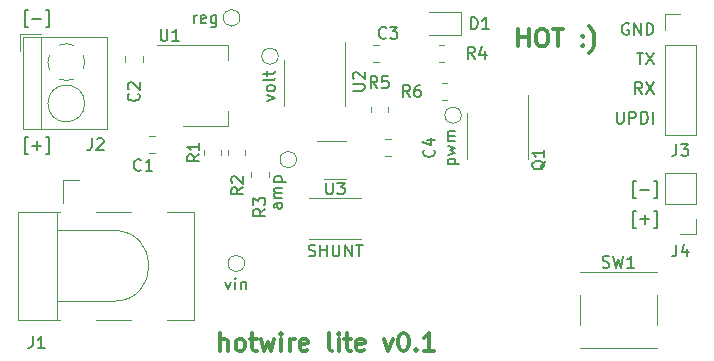
<source format=gbr>
%TF.GenerationSoftware,KiCad,Pcbnew,5.99.0+really5.1.10+dfsg1-1*%
%TF.CreationDate,2022-02-08T15:36:29-05:00*%
%TF.ProjectId,hotwire-lite,686f7477-6972-4652-9d6c-6974652e6b69,rev?*%
%TF.SameCoordinates,Original*%
%TF.FileFunction,Legend,Top*%
%TF.FilePolarity,Positive*%
%FSLAX46Y46*%
G04 Gerber Fmt 4.6, Leading zero omitted, Abs format (unit mm)*
G04 Created by KiCad (PCBNEW 5.99.0+really5.1.10+dfsg1-1) date 2022-02-08 15:36:29*
%MOMM*%
%LPD*%
G01*
G04 APERTURE LIST*
%ADD10C,0.150000*%
%ADD11C,0.300000*%
%ADD12C,0.120000*%
G04 APERTURE END LIST*
D10*
X66738095Y-60785714D02*
X66500000Y-60785714D01*
X66500000Y-59357142D01*
X66738095Y-59357142D01*
X67119047Y-60071428D02*
X67880952Y-60071428D01*
X68261904Y-60785714D02*
X68500000Y-60785714D01*
X68500000Y-59357142D01*
X68261904Y-59357142D01*
X66738095Y-71535714D02*
X66500000Y-71535714D01*
X66500000Y-70107142D01*
X66738095Y-70107142D01*
X67119047Y-70821428D02*
X67880952Y-70821428D01*
X67500000Y-71202380D02*
X67500000Y-70440476D01*
X68261904Y-71535714D02*
X68500000Y-71535714D01*
X68500000Y-70107142D01*
X68261904Y-70107142D01*
D11*
X83052142Y-88178571D02*
X83052142Y-86678571D01*
X83695000Y-88178571D02*
X83695000Y-87392857D01*
X83623571Y-87250000D01*
X83480714Y-87178571D01*
X83266428Y-87178571D01*
X83123571Y-87250000D01*
X83052142Y-87321428D01*
X84623571Y-88178571D02*
X84480714Y-88107142D01*
X84409285Y-88035714D01*
X84337857Y-87892857D01*
X84337857Y-87464285D01*
X84409285Y-87321428D01*
X84480714Y-87250000D01*
X84623571Y-87178571D01*
X84837857Y-87178571D01*
X84980714Y-87250000D01*
X85052142Y-87321428D01*
X85123571Y-87464285D01*
X85123571Y-87892857D01*
X85052142Y-88035714D01*
X84980714Y-88107142D01*
X84837857Y-88178571D01*
X84623571Y-88178571D01*
X85552142Y-87178571D02*
X86123571Y-87178571D01*
X85766428Y-86678571D02*
X85766428Y-87964285D01*
X85837857Y-88107142D01*
X85980714Y-88178571D01*
X86123571Y-88178571D01*
X86480714Y-87178571D02*
X86766428Y-88178571D01*
X87052142Y-87464285D01*
X87337857Y-88178571D01*
X87623571Y-87178571D01*
X88195000Y-88178571D02*
X88195000Y-87178571D01*
X88195000Y-86678571D02*
X88123571Y-86750000D01*
X88195000Y-86821428D01*
X88266428Y-86750000D01*
X88195000Y-86678571D01*
X88195000Y-86821428D01*
X88909285Y-88178571D02*
X88909285Y-87178571D01*
X88909285Y-87464285D02*
X88980714Y-87321428D01*
X89052142Y-87250000D01*
X89195000Y-87178571D01*
X89337857Y-87178571D01*
X90409285Y-88107142D02*
X90266428Y-88178571D01*
X89980714Y-88178571D01*
X89837857Y-88107142D01*
X89766428Y-87964285D01*
X89766428Y-87392857D01*
X89837857Y-87250000D01*
X89980714Y-87178571D01*
X90266428Y-87178571D01*
X90409285Y-87250000D01*
X90480714Y-87392857D01*
X90480714Y-87535714D01*
X89766428Y-87678571D01*
X92480714Y-88178571D02*
X92337857Y-88107142D01*
X92266428Y-87964285D01*
X92266428Y-86678571D01*
X93052142Y-88178571D02*
X93052142Y-87178571D01*
X93052142Y-86678571D02*
X92980714Y-86750000D01*
X93052142Y-86821428D01*
X93123571Y-86750000D01*
X93052142Y-86678571D01*
X93052142Y-86821428D01*
X93552142Y-87178571D02*
X94123571Y-87178571D01*
X93766428Y-86678571D02*
X93766428Y-87964285D01*
X93837857Y-88107142D01*
X93980714Y-88178571D01*
X94123571Y-88178571D01*
X95195000Y-88107142D02*
X95052142Y-88178571D01*
X94766428Y-88178571D01*
X94623571Y-88107142D01*
X94552142Y-87964285D01*
X94552142Y-87392857D01*
X94623571Y-87250000D01*
X94766428Y-87178571D01*
X95052142Y-87178571D01*
X95195000Y-87250000D01*
X95266428Y-87392857D01*
X95266428Y-87535714D01*
X94552142Y-87678571D01*
X96909285Y-87178571D02*
X97266428Y-88178571D01*
X97623571Y-87178571D01*
X98480714Y-86678571D02*
X98623571Y-86678571D01*
X98766428Y-86750000D01*
X98837857Y-86821428D01*
X98909285Y-86964285D01*
X98980714Y-87250000D01*
X98980714Y-87607142D01*
X98909285Y-87892857D01*
X98837857Y-88035714D01*
X98766428Y-88107142D01*
X98623571Y-88178571D01*
X98480714Y-88178571D01*
X98337857Y-88107142D01*
X98266428Y-88035714D01*
X98195000Y-87892857D01*
X98123571Y-87607142D01*
X98123571Y-87250000D01*
X98195000Y-86964285D01*
X98266428Y-86821428D01*
X98337857Y-86750000D01*
X98480714Y-86678571D01*
X99623571Y-88035714D02*
X99695000Y-88107142D01*
X99623571Y-88178571D01*
X99552142Y-88107142D01*
X99623571Y-88035714D01*
X99623571Y-88178571D01*
X101123571Y-88178571D02*
X100266428Y-88178571D01*
X100695000Y-88178571D02*
X100695000Y-86678571D01*
X100552142Y-86892857D01*
X100409285Y-87035714D01*
X100266428Y-87107142D01*
D10*
X118238095Y-77785714D02*
X118000000Y-77785714D01*
X118000000Y-76357142D01*
X118238095Y-76357142D01*
X118619047Y-77071428D02*
X119380952Y-77071428D01*
X119000000Y-77452380D02*
X119000000Y-76690476D01*
X119761904Y-77785714D02*
X120000000Y-77785714D01*
X120000000Y-76357142D01*
X119761904Y-76357142D01*
X118238095Y-75285714D02*
X118000000Y-75285714D01*
X118000000Y-73857142D01*
X118238095Y-73857142D01*
X118619047Y-74571428D02*
X119380952Y-74571428D01*
X119761904Y-75285714D02*
X120000000Y-75285714D01*
X120000000Y-73857142D01*
X119761904Y-73857142D01*
X116616785Y-67952380D02*
X116616785Y-68761904D01*
X116664404Y-68857142D01*
X116712023Y-68904761D01*
X116807261Y-68952380D01*
X116997738Y-68952380D01*
X117092976Y-68904761D01*
X117140595Y-68857142D01*
X117188214Y-68761904D01*
X117188214Y-67952380D01*
X117664404Y-68952380D02*
X117664404Y-67952380D01*
X118045357Y-67952380D01*
X118140595Y-68000000D01*
X118188214Y-68047619D01*
X118235833Y-68142857D01*
X118235833Y-68285714D01*
X118188214Y-68380952D01*
X118140595Y-68428571D01*
X118045357Y-68476190D01*
X117664404Y-68476190D01*
X118664404Y-68952380D02*
X118664404Y-67952380D01*
X118902500Y-67952380D01*
X119045357Y-68000000D01*
X119140595Y-68095238D01*
X119188214Y-68190476D01*
X119235833Y-68380952D01*
X119235833Y-68523809D01*
X119188214Y-68714285D01*
X119140595Y-68809523D01*
X119045357Y-68904761D01*
X118902500Y-68952380D01*
X118664404Y-68952380D01*
X119664404Y-68952380D02*
X119664404Y-67952380D01*
X118759642Y-66452380D02*
X118426309Y-65976190D01*
X118188214Y-66452380D02*
X118188214Y-65452380D01*
X118569166Y-65452380D01*
X118664404Y-65500000D01*
X118712023Y-65547619D01*
X118759642Y-65642857D01*
X118759642Y-65785714D01*
X118712023Y-65880952D01*
X118664404Y-65928571D01*
X118569166Y-65976190D01*
X118188214Y-65976190D01*
X119092976Y-65452380D02*
X119759642Y-66452380D01*
X119759642Y-65452380D02*
X119092976Y-66452380D01*
X118283452Y-62952380D02*
X118854880Y-62952380D01*
X118569166Y-63952380D02*
X118569166Y-62952380D01*
X119092976Y-62952380D02*
X119759642Y-63952380D01*
X119759642Y-62952380D02*
X119092976Y-63952380D01*
X117616785Y-60500000D02*
X117521547Y-60452380D01*
X117378690Y-60452380D01*
X117235833Y-60500000D01*
X117140595Y-60595238D01*
X117092976Y-60690476D01*
X117045357Y-60880952D01*
X117045357Y-61023809D01*
X117092976Y-61214285D01*
X117140595Y-61309523D01*
X117235833Y-61404761D01*
X117378690Y-61452380D01*
X117473928Y-61452380D01*
X117616785Y-61404761D01*
X117664404Y-61357142D01*
X117664404Y-61023809D01*
X117473928Y-61023809D01*
X118092976Y-61452380D02*
X118092976Y-60452380D01*
X118664404Y-61452380D01*
X118664404Y-60452380D01*
X119140595Y-61452380D02*
X119140595Y-60452380D01*
X119378690Y-60452380D01*
X119521547Y-60500000D01*
X119616785Y-60595238D01*
X119664404Y-60690476D01*
X119712023Y-60880952D01*
X119712023Y-61023809D01*
X119664404Y-61214285D01*
X119616785Y-61309523D01*
X119521547Y-61404761D01*
X119378690Y-61452380D01*
X119140595Y-61452380D01*
D11*
X108285714Y-62428571D02*
X108285714Y-60928571D01*
X108285714Y-61642857D02*
X109142857Y-61642857D01*
X109142857Y-62428571D02*
X109142857Y-60928571D01*
X110142857Y-60928571D02*
X110428571Y-60928571D01*
X110571428Y-61000000D01*
X110714285Y-61142857D01*
X110785714Y-61428571D01*
X110785714Y-61928571D01*
X110714285Y-62214285D01*
X110571428Y-62357142D01*
X110428571Y-62428571D01*
X110142857Y-62428571D01*
X110000000Y-62357142D01*
X109857142Y-62214285D01*
X109785714Y-61928571D01*
X109785714Y-61428571D01*
X109857142Y-61142857D01*
X110000000Y-61000000D01*
X110142857Y-60928571D01*
X111214285Y-60928571D02*
X112071428Y-60928571D01*
X111642857Y-62428571D02*
X111642857Y-60928571D01*
X113714285Y-62285714D02*
X113785714Y-62357142D01*
X113714285Y-62428571D01*
X113642857Y-62357142D01*
X113714285Y-62285714D01*
X113714285Y-62428571D01*
X113714285Y-61500000D02*
X113785714Y-61571428D01*
X113714285Y-61642857D01*
X113642857Y-61571428D01*
X113714285Y-61500000D01*
X113714285Y-61642857D01*
X114285714Y-63000000D02*
X114357142Y-62928571D01*
X114500000Y-62714285D01*
X114571428Y-62571428D01*
X114642857Y-62357142D01*
X114714285Y-62000000D01*
X114714285Y-61714285D01*
X114642857Y-61357142D01*
X114571428Y-61142857D01*
X114500000Y-61000000D01*
X114357142Y-60785714D01*
X114285714Y-60714285D01*
D12*
%TO.C,C1*%
X77511252Y-71485000D02*
X76988748Y-71485000D01*
X77511252Y-70015000D02*
X76988748Y-70015000D01*
%TO.C,R6*%
X101772936Y-66985000D02*
X102227064Y-66985000D01*
X101772936Y-65515000D02*
X102227064Y-65515000D01*
%TO.C,R3*%
X85665000Y-73060436D02*
X85665000Y-73514564D01*
X87135000Y-73060436D02*
X87135000Y-73514564D01*
%TO.C,J3*%
X120670000Y-69950000D02*
X123330000Y-69950000D01*
X120670000Y-62270000D02*
X120670000Y-69950000D01*
X123330000Y-62270000D02*
X123330000Y-69950000D01*
X120670000Y-62270000D02*
X123330000Y-62270000D01*
X120670000Y-61000000D02*
X120670000Y-59670000D01*
X120670000Y-59670000D02*
X122000000Y-59670000D01*
%TO.C,J4*%
X123330000Y-73130000D02*
X120670000Y-73130000D01*
X123330000Y-75730000D02*
X123330000Y-73130000D01*
X120670000Y-75730000D02*
X120670000Y-73130000D01*
X123330000Y-75730000D02*
X120670000Y-75730000D01*
X123330000Y-77000000D02*
X123330000Y-78330000D01*
X123330000Y-78330000D02*
X122000000Y-78330000D01*
%TO.C,U1*%
X77650000Y-62340000D02*
X83660000Y-62340000D01*
X79900000Y-69160000D02*
X83660000Y-69160000D01*
X83660000Y-62340000D02*
X83660000Y-63600000D01*
X83660000Y-69160000D02*
X83660000Y-67900000D01*
%TO.C,R4*%
X101977064Y-63735000D02*
X101522936Y-63735000D01*
X101977064Y-62265000D02*
X101522936Y-62265000D01*
%TO.C,R5*%
X95765000Y-67977064D02*
X95765000Y-67522936D01*
X97235000Y-67977064D02*
X97235000Y-67522936D01*
%TO.C,R2*%
X85135000Y-71172936D02*
X85135000Y-71627064D01*
X83665000Y-71172936D02*
X83665000Y-71627064D01*
%TO.C,R1*%
X81665000Y-71627064D02*
X81665000Y-71172936D01*
X83135000Y-71627064D02*
X83135000Y-71172936D01*
%TO.C,D1*%
X100750000Y-61460000D02*
X103435000Y-61460000D01*
X103435000Y-61460000D02*
X103435000Y-59540000D01*
X103435000Y-59540000D02*
X100750000Y-59540000D01*
%TO.C,C4*%
X96988748Y-70265000D02*
X97511252Y-70265000D01*
X96988748Y-71735000D02*
X97511252Y-71735000D01*
%TO.C,C3*%
X95988748Y-62265000D02*
X96511252Y-62265000D01*
X95988748Y-63735000D02*
X96511252Y-63735000D01*
%TO.C,C2*%
X75015000Y-63761252D02*
X75015000Y-63238748D01*
X76485000Y-63761252D02*
X76485000Y-63238748D01*
%TO.C,J1*%
X69740000Y-73740000D02*
X69740000Y-75640000D01*
X71080000Y-73740000D02*
X69740000Y-73740000D01*
X65890000Y-76440000D02*
X69500000Y-76440000D01*
X80810000Y-85560000D02*
X80810000Y-76440000D01*
X72500000Y-76440000D02*
X75500000Y-76440000D01*
X78500000Y-76440000D02*
X80810000Y-76440000D01*
X78500000Y-85560000D02*
X80810000Y-85560000D01*
X72500000Y-85560000D02*
X75500000Y-85560000D01*
X65890000Y-85560000D02*
X69500000Y-85560000D01*
X65890000Y-85560000D02*
X65890000Y-76440000D01*
X69200000Y-85560000D02*
X69200000Y-76440000D01*
X69200000Y-78000000D02*
X74000000Y-78000000D01*
X69200000Y-84000000D02*
X74000000Y-84000000D01*
X74000000Y-78000000D02*
G75*
G02*
X74000000Y-84000000I0J-3000000D01*
G01*
%TO.C,U2*%
X93560000Y-65500000D02*
X93560000Y-62050000D01*
X93560000Y-65500000D02*
X93560000Y-67450000D01*
X88440000Y-65500000D02*
X88440000Y-63550000D01*
X88440000Y-65500000D02*
X88440000Y-67450000D01*
%TO.C,Q1*%
X109060000Y-70000000D02*
X109060000Y-66550000D01*
X109060000Y-70000000D02*
X109060000Y-71950000D01*
X103940000Y-70000000D02*
X103940000Y-68050000D01*
X103940000Y-70000000D02*
X103940000Y-71950000D01*
%TO.C,SHUNT*%
X90572936Y-78710000D02*
X94927064Y-78710000D01*
X90572936Y-75290000D02*
X94927064Y-75290000D01*
%TO.C,U3*%
X93650000Y-70390000D02*
X91200000Y-70390000D01*
X91850000Y-73610000D02*
X93650000Y-73610000D01*
%TO.C,volt*%
X87950000Y-63250000D02*
G75*
G03*
X87950000Y-63250000I-700000J0D01*
G01*
%TO.C,vin*%
X85100000Y-80800000D02*
G75*
G03*
X85100000Y-80800000I-700000J0D01*
G01*
%TO.C,reg*%
X84700000Y-60000000D02*
G75*
G03*
X84700000Y-60000000I-700000J0D01*
G01*
%TO.C,pwm*%
X103450000Y-68250000D02*
G75*
G03*
X103450000Y-68250000I-700000J0D01*
G01*
%TO.C,amp*%
X89500000Y-72000000D02*
G75*
G03*
X89500000Y-72000000I-700000J0D01*
G01*
%TO.C,J2*%
X66100000Y-61350000D02*
X66100000Y-62850000D01*
X67840000Y-61350000D02*
X66100000Y-61350000D01*
X73460000Y-69410000D02*
X66340000Y-69410000D01*
X73460000Y-61590000D02*
X66340000Y-61590000D01*
X66340000Y-61590000D02*
X66340000Y-69410000D01*
X73460000Y-61590000D02*
X73460000Y-69410000D01*
X67900000Y-61590000D02*
X67900000Y-69410000D01*
X71555000Y-67250000D02*
G75*
G03*
X71555000Y-67250000I-1555000J0D01*
G01*
X68568615Y-64357587D02*
G75*
G02*
X68445000Y-63750000I1431385J607587D01*
G01*
X70607742Y-65182109D02*
G75*
G02*
X69392000Y-65182000I-607742J1432109D01*
G01*
X71432109Y-63142258D02*
G75*
G02*
X71432000Y-64358000I-1432109J-607742D01*
G01*
X69392258Y-62317891D02*
G75*
G02*
X70608000Y-62318000I607742J-1432109D01*
G01*
X68444508Y-63777011D02*
G75*
G02*
X68568000Y-63142000I1555492J27011D01*
G01*
%TO.C,SW1*%
X113520000Y-87980000D02*
X119980000Y-87980000D01*
X113520000Y-83450000D02*
X113520000Y-86050000D01*
X113520000Y-81520000D02*
X119980000Y-81520000D01*
X119980000Y-83450000D02*
X119980000Y-86050000D01*
X113520000Y-81550000D02*
X113520000Y-81520000D01*
X113520000Y-87980000D02*
X113520000Y-87950000D01*
X119980000Y-87980000D02*
X119980000Y-87950000D01*
X119980000Y-81520000D02*
X119980000Y-81550000D01*
%TO.C,C1*%
D10*
X76333333Y-72857142D02*
X76285714Y-72904761D01*
X76142857Y-72952380D01*
X76047619Y-72952380D01*
X75904761Y-72904761D01*
X75809523Y-72809523D01*
X75761904Y-72714285D01*
X75714285Y-72523809D01*
X75714285Y-72380952D01*
X75761904Y-72190476D01*
X75809523Y-72095238D01*
X75904761Y-72000000D01*
X76047619Y-71952380D01*
X76142857Y-71952380D01*
X76285714Y-72000000D01*
X76333333Y-72047619D01*
X77285714Y-72952380D02*
X76714285Y-72952380D01*
X77000000Y-72952380D02*
X77000000Y-71952380D01*
X76904761Y-72095238D01*
X76809523Y-72190476D01*
X76714285Y-72238095D01*
%TO.C,R6*%
X99083333Y-66702380D02*
X98750000Y-66226190D01*
X98511904Y-66702380D02*
X98511904Y-65702380D01*
X98892857Y-65702380D01*
X98988095Y-65750000D01*
X99035714Y-65797619D01*
X99083333Y-65892857D01*
X99083333Y-66035714D01*
X99035714Y-66130952D01*
X98988095Y-66178571D01*
X98892857Y-66226190D01*
X98511904Y-66226190D01*
X99940476Y-65702380D02*
X99750000Y-65702380D01*
X99654761Y-65750000D01*
X99607142Y-65797619D01*
X99511904Y-65940476D01*
X99464285Y-66130952D01*
X99464285Y-66511904D01*
X99511904Y-66607142D01*
X99559523Y-66654761D01*
X99654761Y-66702380D01*
X99845238Y-66702380D01*
X99940476Y-66654761D01*
X99988095Y-66607142D01*
X100035714Y-66511904D01*
X100035714Y-66273809D01*
X99988095Y-66178571D01*
X99940476Y-66130952D01*
X99845238Y-66083333D01*
X99654761Y-66083333D01*
X99559523Y-66130952D01*
X99511904Y-66178571D01*
X99464285Y-66273809D01*
%TO.C,R3*%
X86852380Y-76166666D02*
X86376190Y-76500000D01*
X86852380Y-76738095D02*
X85852380Y-76738095D01*
X85852380Y-76357142D01*
X85900000Y-76261904D01*
X85947619Y-76214285D01*
X86042857Y-76166666D01*
X86185714Y-76166666D01*
X86280952Y-76214285D01*
X86328571Y-76261904D01*
X86376190Y-76357142D01*
X86376190Y-76738095D01*
X85852380Y-75833333D02*
X85852380Y-75214285D01*
X86233333Y-75547619D01*
X86233333Y-75404761D01*
X86280952Y-75309523D01*
X86328571Y-75261904D01*
X86423809Y-75214285D01*
X86661904Y-75214285D01*
X86757142Y-75261904D01*
X86804761Y-75309523D01*
X86852380Y-75404761D01*
X86852380Y-75690476D01*
X86804761Y-75785714D01*
X86757142Y-75833333D01*
%TO.C,J3*%
X121666666Y-70702380D02*
X121666666Y-71416666D01*
X121619047Y-71559523D01*
X121523809Y-71654761D01*
X121380952Y-71702380D01*
X121285714Y-71702380D01*
X122047619Y-70702380D02*
X122666666Y-70702380D01*
X122333333Y-71083333D01*
X122476190Y-71083333D01*
X122571428Y-71130952D01*
X122619047Y-71178571D01*
X122666666Y-71273809D01*
X122666666Y-71511904D01*
X122619047Y-71607142D01*
X122571428Y-71654761D01*
X122476190Y-71702380D01*
X122190476Y-71702380D01*
X122095238Y-71654761D01*
X122047619Y-71607142D01*
%TO.C,J4*%
X121666666Y-79202380D02*
X121666666Y-79916666D01*
X121619047Y-80059523D01*
X121523809Y-80154761D01*
X121380952Y-80202380D01*
X121285714Y-80202380D01*
X122571428Y-79535714D02*
X122571428Y-80202380D01*
X122333333Y-79154761D02*
X122095238Y-79869047D01*
X122714285Y-79869047D01*
%TO.C,U1*%
X77988095Y-60952380D02*
X77988095Y-61761904D01*
X78035714Y-61857142D01*
X78083333Y-61904761D01*
X78178571Y-61952380D01*
X78369047Y-61952380D01*
X78464285Y-61904761D01*
X78511904Y-61857142D01*
X78559523Y-61761904D01*
X78559523Y-60952380D01*
X79559523Y-61952380D02*
X78988095Y-61952380D01*
X79273809Y-61952380D02*
X79273809Y-60952380D01*
X79178571Y-61095238D01*
X79083333Y-61190476D01*
X78988095Y-61238095D01*
%TO.C,R4*%
X104583333Y-63452380D02*
X104250000Y-62976190D01*
X104011904Y-63452380D02*
X104011904Y-62452380D01*
X104392857Y-62452380D01*
X104488095Y-62500000D01*
X104535714Y-62547619D01*
X104583333Y-62642857D01*
X104583333Y-62785714D01*
X104535714Y-62880952D01*
X104488095Y-62928571D01*
X104392857Y-62976190D01*
X104011904Y-62976190D01*
X105440476Y-62785714D02*
X105440476Y-63452380D01*
X105202380Y-62404761D02*
X104964285Y-63119047D01*
X105583333Y-63119047D01*
%TO.C,R5*%
X96333333Y-65952380D02*
X96000000Y-65476190D01*
X95761904Y-65952380D02*
X95761904Y-64952380D01*
X96142857Y-64952380D01*
X96238095Y-65000000D01*
X96285714Y-65047619D01*
X96333333Y-65142857D01*
X96333333Y-65285714D01*
X96285714Y-65380952D01*
X96238095Y-65428571D01*
X96142857Y-65476190D01*
X95761904Y-65476190D01*
X97238095Y-64952380D02*
X96761904Y-64952380D01*
X96714285Y-65428571D01*
X96761904Y-65380952D01*
X96857142Y-65333333D01*
X97095238Y-65333333D01*
X97190476Y-65380952D01*
X97238095Y-65428571D01*
X97285714Y-65523809D01*
X97285714Y-65761904D01*
X97238095Y-65857142D01*
X97190476Y-65904761D01*
X97095238Y-65952380D01*
X96857142Y-65952380D01*
X96761904Y-65904761D01*
X96714285Y-65857142D01*
%TO.C,R2*%
X84952380Y-74366666D02*
X84476190Y-74700000D01*
X84952380Y-74938095D02*
X83952380Y-74938095D01*
X83952380Y-74557142D01*
X84000000Y-74461904D01*
X84047619Y-74414285D01*
X84142857Y-74366666D01*
X84285714Y-74366666D01*
X84380952Y-74414285D01*
X84428571Y-74461904D01*
X84476190Y-74557142D01*
X84476190Y-74938095D01*
X84047619Y-73985714D02*
X84000000Y-73938095D01*
X83952380Y-73842857D01*
X83952380Y-73604761D01*
X84000000Y-73509523D01*
X84047619Y-73461904D01*
X84142857Y-73414285D01*
X84238095Y-73414285D01*
X84380952Y-73461904D01*
X84952380Y-74033333D01*
X84952380Y-73414285D01*
%TO.C,R1*%
X81252380Y-71566666D02*
X80776190Y-71900000D01*
X81252380Y-72138095D02*
X80252380Y-72138095D01*
X80252380Y-71757142D01*
X80300000Y-71661904D01*
X80347619Y-71614285D01*
X80442857Y-71566666D01*
X80585714Y-71566666D01*
X80680952Y-71614285D01*
X80728571Y-71661904D01*
X80776190Y-71757142D01*
X80776190Y-72138095D01*
X81252380Y-70614285D02*
X81252380Y-71185714D01*
X81252380Y-70900000D02*
X80252380Y-70900000D01*
X80395238Y-70995238D01*
X80490476Y-71090476D01*
X80538095Y-71185714D01*
%TO.C,D1*%
X104261904Y-60952380D02*
X104261904Y-59952380D01*
X104500000Y-59952380D01*
X104642857Y-60000000D01*
X104738095Y-60095238D01*
X104785714Y-60190476D01*
X104833333Y-60380952D01*
X104833333Y-60523809D01*
X104785714Y-60714285D01*
X104738095Y-60809523D01*
X104642857Y-60904761D01*
X104500000Y-60952380D01*
X104261904Y-60952380D01*
X105785714Y-60952380D02*
X105214285Y-60952380D01*
X105500000Y-60952380D02*
X105500000Y-59952380D01*
X105404761Y-60095238D01*
X105309523Y-60190476D01*
X105214285Y-60238095D01*
%TO.C,C4*%
X101107142Y-71166666D02*
X101154761Y-71214285D01*
X101202380Y-71357142D01*
X101202380Y-71452380D01*
X101154761Y-71595238D01*
X101059523Y-71690476D01*
X100964285Y-71738095D01*
X100773809Y-71785714D01*
X100630952Y-71785714D01*
X100440476Y-71738095D01*
X100345238Y-71690476D01*
X100250000Y-71595238D01*
X100202380Y-71452380D01*
X100202380Y-71357142D01*
X100250000Y-71214285D01*
X100297619Y-71166666D01*
X100535714Y-70309523D02*
X101202380Y-70309523D01*
X100154761Y-70547619D02*
X100869047Y-70785714D01*
X100869047Y-70166666D01*
%TO.C,C3*%
X97083333Y-61677142D02*
X97035714Y-61724761D01*
X96892857Y-61772380D01*
X96797619Y-61772380D01*
X96654761Y-61724761D01*
X96559523Y-61629523D01*
X96511904Y-61534285D01*
X96464285Y-61343809D01*
X96464285Y-61200952D01*
X96511904Y-61010476D01*
X96559523Y-60915238D01*
X96654761Y-60820000D01*
X96797619Y-60772380D01*
X96892857Y-60772380D01*
X97035714Y-60820000D01*
X97083333Y-60867619D01*
X97416666Y-60772380D02*
X98035714Y-60772380D01*
X97702380Y-61153333D01*
X97845238Y-61153333D01*
X97940476Y-61200952D01*
X97988095Y-61248571D01*
X98035714Y-61343809D01*
X98035714Y-61581904D01*
X97988095Y-61677142D01*
X97940476Y-61724761D01*
X97845238Y-61772380D01*
X97559523Y-61772380D01*
X97464285Y-61724761D01*
X97416666Y-61677142D01*
%TO.C,C2*%
X76107142Y-66416666D02*
X76154761Y-66464285D01*
X76202380Y-66607142D01*
X76202380Y-66702380D01*
X76154761Y-66845238D01*
X76059523Y-66940476D01*
X75964285Y-66988095D01*
X75773809Y-67035714D01*
X75630952Y-67035714D01*
X75440476Y-66988095D01*
X75345238Y-66940476D01*
X75250000Y-66845238D01*
X75202380Y-66702380D01*
X75202380Y-66607142D01*
X75250000Y-66464285D01*
X75297619Y-66416666D01*
X75297619Y-66035714D02*
X75250000Y-65988095D01*
X75202380Y-65892857D01*
X75202380Y-65654761D01*
X75250000Y-65559523D01*
X75297619Y-65511904D01*
X75392857Y-65464285D01*
X75488095Y-65464285D01*
X75630952Y-65511904D01*
X76202380Y-66083333D01*
X76202380Y-65464285D01*
%TO.C,J1*%
X67166666Y-86952380D02*
X67166666Y-87666666D01*
X67119047Y-87809523D01*
X67023809Y-87904761D01*
X66880952Y-87952380D01*
X66785714Y-87952380D01*
X68166666Y-87952380D02*
X67595238Y-87952380D01*
X67880952Y-87952380D02*
X67880952Y-86952380D01*
X67785714Y-87095238D01*
X67690476Y-87190476D01*
X67595238Y-87238095D01*
%TO.C,U2*%
X94252380Y-66161904D02*
X95061904Y-66161904D01*
X95157142Y-66114285D01*
X95204761Y-66066666D01*
X95252380Y-65971428D01*
X95252380Y-65780952D01*
X95204761Y-65685714D01*
X95157142Y-65638095D01*
X95061904Y-65590476D01*
X94252380Y-65590476D01*
X94347619Y-65161904D02*
X94300000Y-65114285D01*
X94252380Y-65019047D01*
X94252380Y-64780952D01*
X94300000Y-64685714D01*
X94347619Y-64638095D01*
X94442857Y-64590476D01*
X94538095Y-64590476D01*
X94680952Y-64638095D01*
X95252380Y-65209523D01*
X95252380Y-64590476D01*
%TO.C,Q1*%
X110547619Y-72095238D02*
X110500000Y-72190476D01*
X110404761Y-72285714D01*
X110261904Y-72428571D01*
X110214285Y-72523809D01*
X110214285Y-72619047D01*
X110452380Y-72571428D02*
X110404761Y-72666666D01*
X110309523Y-72761904D01*
X110119047Y-72809523D01*
X109785714Y-72809523D01*
X109595238Y-72761904D01*
X109500000Y-72666666D01*
X109452380Y-72571428D01*
X109452380Y-72380952D01*
X109500000Y-72285714D01*
X109595238Y-72190476D01*
X109785714Y-72142857D01*
X110119047Y-72142857D01*
X110309523Y-72190476D01*
X110404761Y-72285714D01*
X110452380Y-72380952D01*
X110452380Y-72571428D01*
X110452380Y-71190476D02*
X110452380Y-71761904D01*
X110452380Y-71476190D02*
X109452380Y-71476190D01*
X109595238Y-71571428D01*
X109690476Y-71666666D01*
X109738095Y-71761904D01*
%TO.C,SHUNT*%
X90511904Y-80154761D02*
X90654761Y-80202380D01*
X90892857Y-80202380D01*
X90988095Y-80154761D01*
X91035714Y-80107142D01*
X91083333Y-80011904D01*
X91083333Y-79916666D01*
X91035714Y-79821428D01*
X90988095Y-79773809D01*
X90892857Y-79726190D01*
X90702380Y-79678571D01*
X90607142Y-79630952D01*
X90559523Y-79583333D01*
X90511904Y-79488095D01*
X90511904Y-79392857D01*
X90559523Y-79297619D01*
X90607142Y-79250000D01*
X90702380Y-79202380D01*
X90940476Y-79202380D01*
X91083333Y-79250000D01*
X91511904Y-80202380D02*
X91511904Y-79202380D01*
X91511904Y-79678571D02*
X92083333Y-79678571D01*
X92083333Y-80202380D02*
X92083333Y-79202380D01*
X92559523Y-79202380D02*
X92559523Y-80011904D01*
X92607142Y-80107142D01*
X92654761Y-80154761D01*
X92750000Y-80202380D01*
X92940476Y-80202380D01*
X93035714Y-80154761D01*
X93083333Y-80107142D01*
X93130952Y-80011904D01*
X93130952Y-79202380D01*
X93607142Y-80202380D02*
X93607142Y-79202380D01*
X94178571Y-80202380D01*
X94178571Y-79202380D01*
X94511904Y-79202380D02*
X95083333Y-79202380D01*
X94797619Y-80202380D02*
X94797619Y-79202380D01*
%TO.C,U3*%
X91988095Y-73952380D02*
X91988095Y-74761904D01*
X92035714Y-74857142D01*
X92083333Y-74904761D01*
X92178571Y-74952380D01*
X92369047Y-74952380D01*
X92464285Y-74904761D01*
X92511904Y-74857142D01*
X92559523Y-74761904D01*
X92559523Y-73952380D01*
X92940476Y-73952380D02*
X93559523Y-73952380D01*
X93226190Y-74333333D01*
X93369047Y-74333333D01*
X93464285Y-74380952D01*
X93511904Y-74428571D01*
X93559523Y-74523809D01*
X93559523Y-74761904D01*
X93511904Y-74857142D01*
X93464285Y-74904761D01*
X93369047Y-74952380D01*
X93083333Y-74952380D01*
X92988095Y-74904761D01*
X92940476Y-74857142D01*
%TO.C,volt*%
X86985714Y-67038095D02*
X87652380Y-66800000D01*
X86985714Y-66561904D01*
X87652380Y-66038095D02*
X87604761Y-66133333D01*
X87557142Y-66180952D01*
X87461904Y-66228571D01*
X87176190Y-66228571D01*
X87080952Y-66180952D01*
X87033333Y-66133333D01*
X86985714Y-66038095D01*
X86985714Y-65895238D01*
X87033333Y-65800000D01*
X87080952Y-65752380D01*
X87176190Y-65704761D01*
X87461904Y-65704761D01*
X87557142Y-65752380D01*
X87604761Y-65800000D01*
X87652380Y-65895238D01*
X87652380Y-66038095D01*
X87652380Y-65133333D02*
X87604761Y-65228571D01*
X87509523Y-65276190D01*
X86652380Y-65276190D01*
X86985714Y-64895238D02*
X86985714Y-64514285D01*
X86652380Y-64752380D02*
X87509523Y-64752380D01*
X87604761Y-64704761D01*
X87652380Y-64609523D01*
X87652380Y-64514285D01*
%TO.C,vin*%
X83471428Y-82335714D02*
X83709523Y-83002380D01*
X83947619Y-82335714D01*
X84328571Y-83002380D02*
X84328571Y-82335714D01*
X84328571Y-82002380D02*
X84280952Y-82050000D01*
X84328571Y-82097619D01*
X84376190Y-82050000D01*
X84328571Y-82002380D01*
X84328571Y-82097619D01*
X84804761Y-82335714D02*
X84804761Y-83002380D01*
X84804761Y-82430952D02*
X84852380Y-82383333D01*
X84947619Y-82335714D01*
X85090476Y-82335714D01*
X85185714Y-82383333D01*
X85233333Y-82478571D01*
X85233333Y-83002380D01*
%TO.C,reg*%
X80797619Y-60452380D02*
X80797619Y-59785714D01*
X80797619Y-59976190D02*
X80845238Y-59880952D01*
X80892857Y-59833333D01*
X80988095Y-59785714D01*
X81083333Y-59785714D01*
X81797619Y-60404761D02*
X81702380Y-60452380D01*
X81511904Y-60452380D01*
X81416666Y-60404761D01*
X81369047Y-60309523D01*
X81369047Y-59928571D01*
X81416666Y-59833333D01*
X81511904Y-59785714D01*
X81702380Y-59785714D01*
X81797619Y-59833333D01*
X81845238Y-59928571D01*
X81845238Y-60023809D01*
X81369047Y-60119047D01*
X82702380Y-59785714D02*
X82702380Y-60595238D01*
X82654761Y-60690476D01*
X82607142Y-60738095D01*
X82511904Y-60785714D01*
X82369047Y-60785714D01*
X82273809Y-60738095D01*
X82702380Y-60404761D02*
X82607142Y-60452380D01*
X82416666Y-60452380D01*
X82321428Y-60404761D01*
X82273809Y-60357142D01*
X82226190Y-60261904D01*
X82226190Y-59976190D01*
X82273809Y-59880952D01*
X82321428Y-59833333D01*
X82416666Y-59785714D01*
X82607142Y-59785714D01*
X82702380Y-59833333D01*
%TO.C,pwm*%
X102285714Y-72404761D02*
X103285714Y-72404761D01*
X102333333Y-72404761D02*
X102285714Y-72309523D01*
X102285714Y-72119047D01*
X102333333Y-72023809D01*
X102380952Y-71976190D01*
X102476190Y-71928571D01*
X102761904Y-71928571D01*
X102857142Y-71976190D01*
X102904761Y-72023809D01*
X102952380Y-72119047D01*
X102952380Y-72309523D01*
X102904761Y-72404761D01*
X102285714Y-71595238D02*
X102952380Y-71404761D01*
X102476190Y-71214285D01*
X102952380Y-71023809D01*
X102285714Y-70833333D01*
X102952380Y-70452380D02*
X102285714Y-70452380D01*
X102380952Y-70452380D02*
X102333333Y-70404761D01*
X102285714Y-70309523D01*
X102285714Y-70166666D01*
X102333333Y-70071428D01*
X102428571Y-70023809D01*
X102952380Y-70023809D01*
X102428571Y-70023809D02*
X102333333Y-69976190D01*
X102285714Y-69880952D01*
X102285714Y-69738095D01*
X102333333Y-69642857D01*
X102428571Y-69595238D01*
X102952380Y-69595238D01*
%TO.C,amp*%
X88252380Y-75704761D02*
X87728571Y-75704761D01*
X87633333Y-75752380D01*
X87585714Y-75847619D01*
X87585714Y-76038095D01*
X87633333Y-76133333D01*
X88204761Y-75704761D02*
X88252380Y-75800000D01*
X88252380Y-76038095D01*
X88204761Y-76133333D01*
X88109523Y-76180952D01*
X88014285Y-76180952D01*
X87919047Y-76133333D01*
X87871428Y-76038095D01*
X87871428Y-75800000D01*
X87823809Y-75704761D01*
X88252380Y-75228571D02*
X87585714Y-75228571D01*
X87680952Y-75228571D02*
X87633333Y-75180952D01*
X87585714Y-75085714D01*
X87585714Y-74942857D01*
X87633333Y-74847619D01*
X87728571Y-74800000D01*
X88252380Y-74800000D01*
X87728571Y-74800000D02*
X87633333Y-74752380D01*
X87585714Y-74657142D01*
X87585714Y-74514285D01*
X87633333Y-74419047D01*
X87728571Y-74371428D01*
X88252380Y-74371428D01*
X87585714Y-73895238D02*
X88585714Y-73895238D01*
X87633333Y-73895238D02*
X87585714Y-73800000D01*
X87585714Y-73609523D01*
X87633333Y-73514285D01*
X87680952Y-73466666D01*
X87776190Y-73419047D01*
X88061904Y-73419047D01*
X88157142Y-73466666D01*
X88204761Y-73514285D01*
X88252380Y-73609523D01*
X88252380Y-73800000D01*
X88204761Y-73895238D01*
%TO.C,J2*%
X72166666Y-70202380D02*
X72166666Y-70916666D01*
X72119047Y-71059523D01*
X72023809Y-71154761D01*
X71880952Y-71202380D01*
X71785714Y-71202380D01*
X72595238Y-70297619D02*
X72642857Y-70250000D01*
X72738095Y-70202380D01*
X72976190Y-70202380D01*
X73071428Y-70250000D01*
X73119047Y-70297619D01*
X73166666Y-70392857D01*
X73166666Y-70488095D01*
X73119047Y-70630952D01*
X72547619Y-71202380D01*
X73166666Y-71202380D01*
%TO.C,SW1*%
X115416666Y-81104761D02*
X115559523Y-81152380D01*
X115797619Y-81152380D01*
X115892857Y-81104761D01*
X115940476Y-81057142D01*
X115988095Y-80961904D01*
X115988095Y-80866666D01*
X115940476Y-80771428D01*
X115892857Y-80723809D01*
X115797619Y-80676190D01*
X115607142Y-80628571D01*
X115511904Y-80580952D01*
X115464285Y-80533333D01*
X115416666Y-80438095D01*
X115416666Y-80342857D01*
X115464285Y-80247619D01*
X115511904Y-80200000D01*
X115607142Y-80152380D01*
X115845238Y-80152380D01*
X115988095Y-80200000D01*
X116321428Y-80152380D02*
X116559523Y-81152380D01*
X116750000Y-80438095D01*
X116940476Y-81152380D01*
X117178571Y-80152380D01*
X118083333Y-81152380D02*
X117511904Y-81152380D01*
X117797619Y-81152380D02*
X117797619Y-80152380D01*
X117702380Y-80295238D01*
X117607142Y-80390476D01*
X117511904Y-80438095D01*
%TD*%
M02*

</source>
